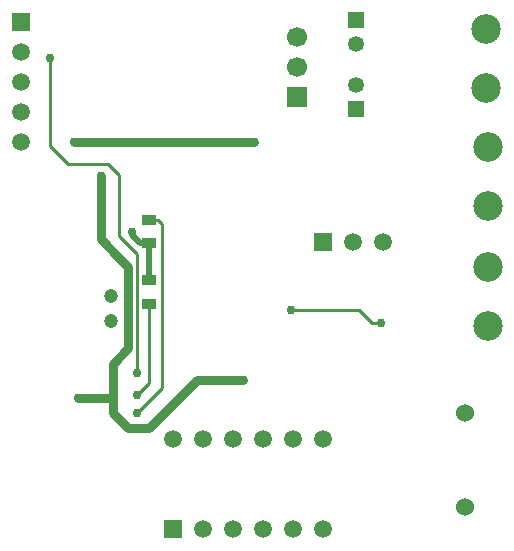
<source format=gbl>
%FSDAX24Y24*%
%MOIN*%
%SFA1B1*%

%IPPOS*%
%ADD22C,0.059100*%
%ADD26R,0.045300X0.035400*%
%ADD27C,0.030000*%
%ADD28C,0.020000*%
%ADD29C,0.010000*%
%ADD33R,0.053100X0.053100*%
%ADD34C,0.053100*%
%ADD35C,0.060000*%
%ADD36C,0.047200*%
%ADD37R,0.059100X0.059100*%
%ADD38C,0.059100*%
%ADD39R,0.059100X0.059100*%
%ADD40C,0.066900*%
%ADD41R,0.066900X0.066900*%
%ADD42C,0.098400*%
%ADD43R,0.059100X0.059100*%
%ADD44C,0.030000*%
%LNde-080324-1*%
%LPD*%
G54D22*
X021100Y010550D03*
X016100Y013550D03*
X017100D03*
X018100D03*
X019100D03*
X020100D03*
X021100D03*
X011050Y023450D03*
Y024450D03*
Y025450D03*
Y026450D03*
X022100Y020100D03*
X023100D03*
G54D26*
X015300Y018836D03*
Y018064D03*
Y020078D03*
Y020850D03*
G54D27*
X012800Y023450D02*
X018800D01*
X013700Y020200D02*
Y022300D01*
Y020200D02*
X014350Y019550D01*
X014100Y014850D02*
Y016050D01*
Y014400D02*
Y014850D01*
X012950Y014900D02*
X014050D01*
X014100Y014850*
X016900Y015500D02*
X018450D01*
X015300Y013900D02*
X016900Y015500D01*
X014600Y013900D02*
X015300D01*
X014100Y014400D02*
X014600Y013900D01*
X014100Y016050D02*
X014620Y016570D01*
Y019280*
X014350Y019550D02*
X014620Y019280D01*
G54D28*
X014750Y020350D02*
Y020450D01*
Y020350D02*
X015022Y020078D01*
X015300Y018836D02*
Y020078D01*
X015022D02*
X015300D01*
G54D29*
X022750Y017400D02*
X023050D01*
X022300Y017850D02*
X022750Y017400D01*
X020050Y017850D02*
X022300D01*
X012000Y023300D02*
X012600Y022700D01*
X012000Y023300D02*
Y026250D01*
X012600Y022700D02*
X013950D01*
X014300Y022350*
Y020300D02*
Y022350D01*
Y020300D02*
X014900Y019700D01*
Y015750D02*
Y019700D01*
X015600Y020850D02*
X015750Y020700D01*
Y015250D02*
Y020700D01*
X014900Y014400D02*
X015750Y015250D01*
X015300Y020850D02*
X015600D01*
X014900Y015000D02*
X015300Y015400D01*
Y018064*
G54D33*
X022200Y024556D03*
Y027500D03*
G54D34*
X022200Y025344D03*
Y026713D03*
G54D35*
X025850Y011275D03*
Y014425D03*
G54D36*
X014050Y017487D03*
Y018313D03*
G54D37*
X016100Y010550D03*
G54D38*
X017100Y010550D03*
X018100D03*
X019100D03*
X020100D03*
G54D39*
X011050Y027450D03*
G54D40*
X020250Y026950D03*
Y025950D03*
G54D41*
X020250Y024950D03*
G54D42*
X026550Y027218D03*
Y025250D03*
X026600Y021300D03*
Y023268D03*
Y017316D03*
Y019284D03*
G54D43*
X021100Y020100D03*
G54D44*
X018800Y023450D03*
X012800D03*
X023050Y017400D03*
X020050Y017850D03*
X013700Y022300D03*
X012950Y014900D03*
X014350Y019550D03*
X014750Y020450D03*
X018450Y015500D03*
X014900Y015000D03*
Y014400D03*
Y015750D03*
X012000Y026250D03*
M02*
</source>
